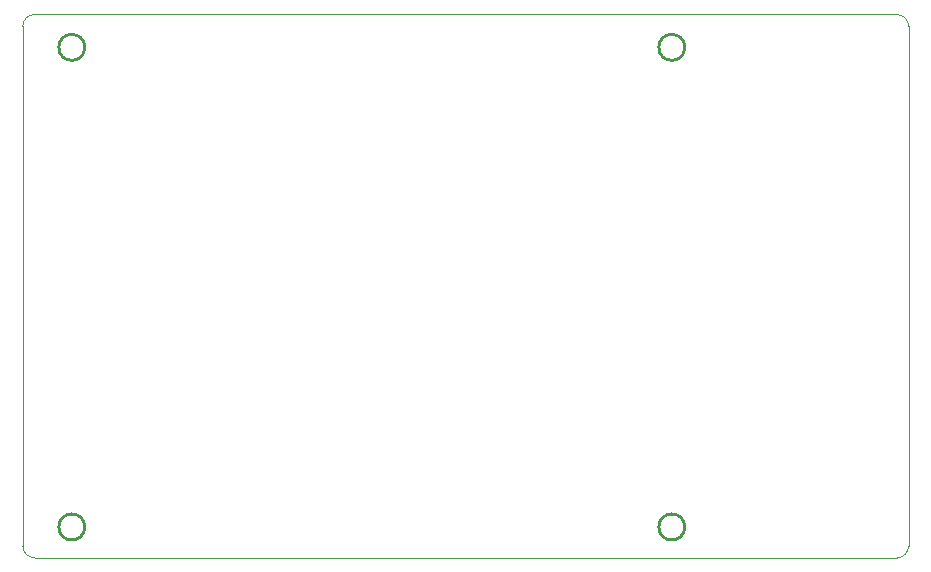
<source format=gbr>
%TF.GenerationSoftware,KiCad,Pcbnew,7.0.6*%
%TF.CreationDate,2024-02-09T00:40:26+01:00*%
%TF.ProjectId,openDTU,6f70656e-4454-4552-9e6b-696361645f70,rev?*%
%TF.SameCoordinates,Original*%
%TF.FileFunction,Profile,NP*%
%FSLAX46Y46*%
G04 Gerber Fmt 4.6, Leading zero omitted, Abs format (unit mm)*
G04 Created by KiCad (PCBNEW 7.0.6) date 2024-02-09 00:40:26*
%MOMM*%
%LPD*%
G01*
G04 APERTURE LIST*
%TA.AperFunction,Profile*%
%ADD10C,0.100000*%
%TD*%
%TA.AperFunction,Profile*%
%ADD11C,0.250000*%
%TD*%
G04 APERTURE END LIST*
D10*
X106000000Y-106000000D02*
X106000000Y-62000000D01*
X181000000Y-62000000D02*
X181000000Y-106000000D01*
X106000000Y-106000000D02*
G75*
G03*
X107000000Y-107000000I1000000J0D01*
G01*
X107000000Y-61000000D02*
X180000000Y-61000000D01*
X180000000Y-107000000D02*
X107000000Y-107000000D01*
X180000000Y-107000000D02*
G75*
G03*
X181000000Y-106000000I0J1000000D01*
G01*
X107000000Y-61000000D02*
G75*
G03*
X106000000Y-62000000I0J-1000000D01*
G01*
X181000000Y-62000000D02*
G75*
G03*
X180000000Y-61000000I-1000000J0D01*
G01*
D11*
%TO.C,U3*%
X111250800Y-63786600D02*
G75*
G03*
X111250800Y-63786600I-1100000J0D01*
G01*
X111250800Y-104386600D02*
G75*
G03*
X111250800Y-104386600I-1100000J0D01*
G01*
X162050800Y-63786600D02*
G75*
G03*
X162050800Y-63786600I-1100000J0D01*
G01*
X162050800Y-104386600D02*
G75*
G03*
X162050800Y-104386600I-1100000J0D01*
G01*
%TD*%
M02*

</source>
